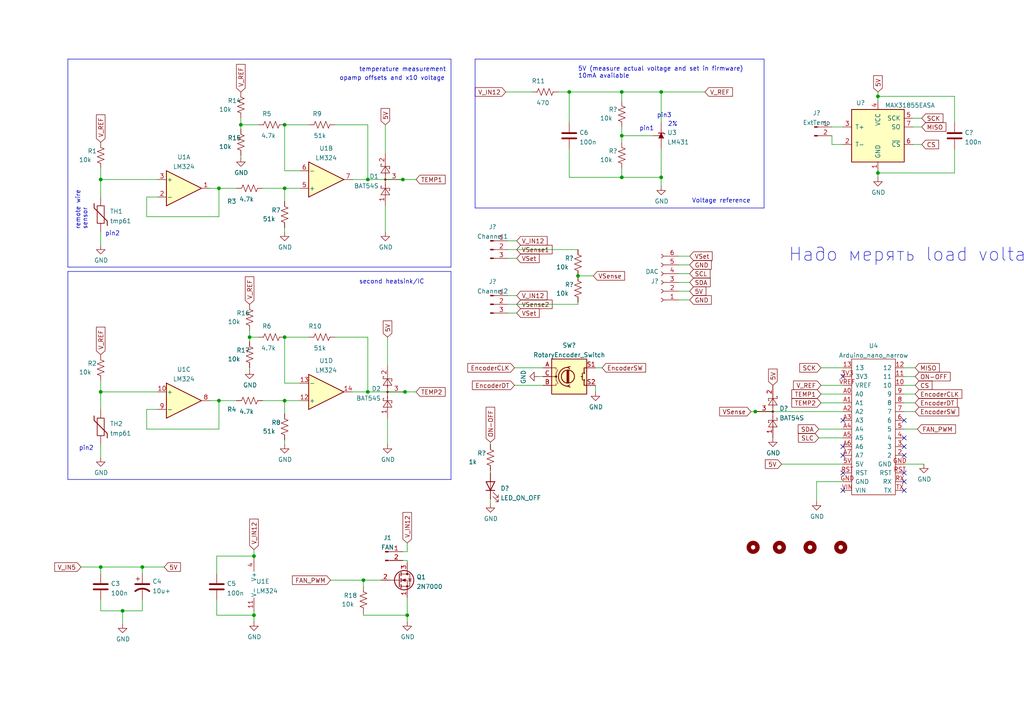
<source format=kicad_sch>
(kicad_sch (version 20230121) (generator eeschema)
  (paper "A4")
  (lib_symbols
    (symbol "!my-kicad-library:Arduino_nano_narrow" (pin_names (offset 1.016))
      (property "Reference" "U" (at -1.27 21.59 0))
      (property "Value" "Arduino_nano_narrow" (at 1.27 19.05 0))
      (symbol "Arduino_nano_narrow_0_1"
        (rectangle (start -6.35 17.78) (end 6.35 -21.59))
      )
      (symbol "Arduino_nano_narrow_1_1"
        (pin bidirectional line (at 8.89 10.16 180) (length 2.54) (name "10") (number "10"))
        (pin bidirectional line (at 8.89 12.7 180) (length 2.54) (name "11") (number "11"))
        (pin bidirectional line (at 8.89 15.24 180) (length 2.54) (name "12") (number "12"))
        (pin bidirectional line (at -8.89 15.24 0) (length 2.54) (name "13") (number "13"))
        (pin bidirectional line (at 8.89 -10.16 180) (length 2.54) (name "2") (number "2"))
        (pin bidirectional line (at 8.89 -7.62 180) (length 2.54) (name "3") (number "3"))
        (pin power_out line (at -8.89 12.7 0) (length 2.54) (name "3V3") (number "3V3"))
        (pin bidirectional line (at 8.89 -5.08 180) (length 2.54) (name "4") (number "4"))
        (pin bidirectional line (at 8.89 -2.54 180) (length 2.54) (name "5") (number "5"))
        (pin power_out line (at -8.89 -12.7 0) (length 2.54) (name "5V") (number "5V"))
        (pin bidirectional line (at 8.89 0 180) (length 2.54) (name "6") (number "6"))
        (pin bidirectional line (at 8.89 2.54 180) (length 2.54) (name "7") (number "7"))
        (pin bidirectional line (at 8.89 5.08 180) (length 2.54) (name "8") (number "8"))
        (pin bidirectional line (at 8.89 7.62 180) (length 2.54) (name "9") (number "9"))
        (pin input line (at -8.89 7.62 0) (length 2.54) (name "A0") (number "A0"))
        (pin input line (at -8.89 5.08 0) (length 2.54) (name "A1") (number "A1"))
        (pin input line (at -8.89 2.54 0) (length 2.54) (name "A2") (number "A2"))
        (pin input line (at -8.89 0 0) (length 2.54) (name "A3") (number "A3"))
        (pin input line (at -8.89 -2.54 0) (length 2.54) (name "A4") (number "A4"))
        (pin input line (at -8.89 -5.08 0) (length 2.54) (name "A5") (number "A5"))
        (pin input line (at -8.89 -7.62 0) (length 2.54) (name "A6") (number "A6"))
        (pin input line (at -8.89 -10.16 0) (length 2.54) (name "A7") (number "A7"))
        (pin power_in line (at -8.89 -17.78 0) (length 2.54) (name "GND") (number "GND"))
        (pin power_in line (at 8.89 -12.7 180) (length 2.54) (name "GND") (number "GND"))
        (pin bidirectional line (at -8.89 -15.24 0) (length 2.54) (name "RST") (number "RST"))
        (pin bidirectional line (at 8.89 -15.24 180) (length 2.54) (name "RST") (number "RST"))
        (pin bidirectional line (at 8.89 -17.78 180) (length 2.54) (name "RX") (number "RX"))
        (pin bidirectional line (at 8.89 -20.32 180) (length 2.54) (name "TX") (number "TX"))
        (pin input line (at -8.89 -20.32 0) (length 2.54) (name "VIN") (number "VIN"))
        (pin input line (at -8.89 10.16 0) (length 2.54) (name "VREF") (number "VREF"))
      )
    )
    (symbol "!my-kicad-library:LM431" (pin_numbers hide) (pin_names hide)
      (property "Reference" "U" (at 0 -2.54 0))
      (property "Value" "LM431" (at 0 -4.445 0))
      (symbol "LM431_0_1"
        (polyline (pts (xy -1.27 0) (xy 0 0) (xy 1.27 0)))
        (polyline (pts (xy -0.762 0.762) (xy 0.762 0) (xy -0.762 -0.762)) (fill (type outline)))
        (polyline (pts (xy 0.508 -1.016) (xy 0.762 -0.762) (xy 0.762 0.762) (xy 0.762 0.762)) (stroke (width 0.254)))
      )
      (symbol "LM431_1_1"
        (polyline (pts (xy 0 1.27) (xy 0 0)))
        (pin passive line (at 0 2.54 270) (length 2.54) (name "REF") (number "1"))
        (pin passive line (at -3.81 0 0) (length 2.54) (name "A") (number "2"))
        (pin passive line (at 3.81 0 180) (length 2.54) (name "K") (number "3"))
      )
    )
    (symbol "Amplifier_Operational:LM324" (pin_names (offset 0.127))
      (property "Reference" "U" (at 0 5.08 0))
      (property "Value" "LM324" (at 0 -5.08 0))
      (symbol "LM324_1_1"
        (polyline (pts (xy -5.08 5.08) (xy 5.08 0) (xy -5.08 -5.08) (xy -5.08 5.08)) (stroke (width 0.254)) (fill (type background)))
        (pin output line (at 7.62 0 180) (length 2.54) (name "~") (number "1"))
        (pin input line (at -7.62 -2.54 0) (length 2.54) (name "-") (number "2"))
        (pin input line (at -7.62 2.54 0) (length 2.54) (name "+") (number "3"))
      )
      (symbol "LM324_2_1"
        (polyline (pts (xy -5.08 5.08) (xy 5.08 0) (xy -5.08 -5.08) (xy -5.08 5.08)) (stroke (width 0.254)) (fill (type background)))
        (pin input line (at -7.62 2.54 0) (length 2.54) (name "+") (number "5"))
        (pin input line (at -7.62 -2.54 0) (length 2.54) (name "-") (number "6"))
        (pin output line (at 7.62 0 180) (length 2.54) (name "~") (number "7"))
      )
      (symbol "LM324_3_1"
        (polyline (pts (xy -5.08 5.08) (xy 5.08 0) (xy -5.08 -5.08) (xy -5.08 5.08)) (stroke (width 0.254)) (fill (type background)))
        (pin input line (at -7.62 2.54 0) (length 2.54) (name "+") (number "10"))
        (pin output line (at 7.62 0 180) (length 2.54) (name "~") (number "8"))
        (pin input line (at -7.62 -2.54 0) (length 2.54) (name "-") (number "9"))
      )
      (symbol "LM324_4_1"
        (polyline (pts (xy -5.08 5.08) (xy 5.08 0) (xy -5.08 -5.08) (xy -5.08 5.08)) (stroke (width 0.254)) (fill (type background)))
        (pin input line (at -7.62 2.54 0) (length 2.54) (name "+") (number "12"))
        (pin input line (at -7.62 -2.54 0) (length 2.54) (name "-") (number "13"))
        (pin output line (at 7.62 0 180) (length 2.54) (name "~") (number "14"))
      )
      (symbol "LM324_5_1"
        (pin power_in line (at -2.54 -7.62 90) (length 3.81) (name "V-") (number "11"))
        (pin power_in line (at -2.54 7.62 270) (length 3.81) (name "V+") (number "4"))
      )
    )
    (symbol "Connector:Conn_01x02_Male" (pin_names (offset 1.016) hide)
      (property "Reference" "J" (at 0 2.54 0))
      (property "Value" "Conn_01x02_Male" (at 0 -5.08 0))
      (symbol "Conn_01x02_Male_1_1"
        (polyline (pts (xy 1.27 -2.54) (xy 0.8636 -2.54)) (stroke (width 0.1524)))
        (polyline (pts (xy 1.27 0) (xy 0.8636 0)) (stroke (width 0.1524)))
        (rectangle (start 0.8636 -2.413) (end 0 -2.667) (stroke (width 0.1524)) (fill (type outline)))
        (rectangle (start 0.8636 0.127) (end 0 -0.127) (stroke (width 0.1524)) (fill (type outline)))
        (pin passive line (at 5.08 0 180) (length 3.81) (name "Pin_1") (number "1"))
        (pin passive line (at 5.08 -2.54 180) (length 3.81) (name "Pin_2") (number "2"))
      )
    )
    (symbol "Connector:Conn_01x03_Male" (pin_names (offset 1.016) hide)
      (property "Reference" "J" (at 0 5.08 0))
      (property "Value" "Conn_01x03_Male" (at 0 -5.08 0))
      (symbol "Conn_01x03_Male_1_1"
        (polyline (pts (xy 1.27 -2.54) (xy 0.8636 -2.54)) (stroke (width 0.1524)))
        (polyline (pts (xy 1.27 0) (xy 0.8636 0)) (stroke (width 0.1524)))
        (polyline (pts (xy 1.27 2.54) (xy 0.8636 2.54)) (stroke (width 0.1524)))
        (rectangle (start 0.8636 -2.413) (end 0 -2.667) (stroke (width 0.1524)) (fill (type outline)))
        (rectangle (start 0.8636 0.127) (end 0 -0.127) (stroke (width 0.1524)) (fill (type outline)))
        (rectangle (start 0.8636 2.667) (end 0 2.413) (stroke (width 0.1524)) (fill (type outline)))
        (pin passive line (at 5.08 2.54 180) (length 3.81) (name "Pin_1") (number "1"))
        (pin passive line (at 5.08 0 180) (length 3.81) (name "Pin_2") (number "2"))
        (pin passive line (at 5.08 -2.54 180) (length 3.81) (name "Pin_3") (number "3"))
      )
    )
    (symbol "Connector:Conn_01x06_Female" (pin_names (offset 1.016) hide)
      (property "Reference" "J" (at 0 7.62 0))
      (property "Value" "Conn_01x06_Female" (at 0 -10.16 0))
      (symbol "Conn_01x06_Female_1_1"
        (arc (start 0 -7.112) (mid -0.5058 -7.62) (end 0 -8.128) (stroke (width 0.1524)))
        (arc (start 0 -4.572) (mid -0.5058 -5.08) (end 0 -5.588) (stroke (width 0.1524)))
        (arc (start 0 -2.032) (mid -0.5058 -2.54) (end 0 -3.048) (stroke (width 0.1524)))
        (polyline (pts (xy -1.27 -7.62) (xy -0.508 -7.62)) (stroke (width 0.1524)))
        (polyline (pts (xy -1.27 -5.08) (xy -0.508 -5.08)) (stroke (width 0.1524)))
        (polyline (pts (xy -1.27 -2.54) (xy -0.508 -2.54)) (stroke (width 0.1524)))
        (polyline (pts (xy -1.27 0) (xy -0.508 0)) (stroke (width 0.1524)))
        (polyline (pts (xy -1.27 2.54) (xy -0.508 2.54)) (stroke (width 0.1524)))
        (polyline (pts (xy -1.27 5.08) (xy -0.508 5.08)) (stroke (width 0.1524)))
        (arc (start 0 0.508) (mid -0.5058 0) (end 0 -0.508) (stroke (width 0.1524)))
        (arc (start 0 3.048) (mid -0.5058 2.54) (end 0 2.032) (stroke (width 0.1524)))
        (arc (start 0 5.588) (mid -0.5058 5.08) (end 0 4.572) (stroke (width 0.1524)))
        (pin passive line (at -5.08 5.08 0) (length 3.81) (name "Pin_1") (number "1"))
        (pin passive line (at -5.08 2.54 0) (length 3.81) (name "Pin_2") (number "2"))
        (pin passive line (at -5.08 0 0) (length 3.81) (name "Pin_3") (number "3"))
        (pin passive line (at -5.08 -2.54 0) (length 3.81) (name "Pin_4") (number "4"))
        (pin passive line (at -5.08 -5.08 0) (length 3.81) (name "Pin_5") (number "5"))
        (pin passive line (at -5.08 -7.62 0) (length 3.81) (name "Pin_6") (number "6"))
      )
    )
    (symbol "Device:C" (pin_numbers hide) (pin_names (offset 0.254))
      (property "Reference" "C" (at 0.635 2.54 0))
      (property "Value" "C" (at 0.635 -2.54 0))
      (symbol "C_0_1"
        (polyline (pts (xy -2.032 -0.762) (xy 2.032 -0.762)) (stroke (width 0.508)))
        (polyline (pts (xy -2.032 0.762) (xy 2.032 0.762)) (stroke (width 0.508)))
      )
      (symbol "C_1_1"
        (pin passive line (at 0 3.81 270) (length 2.794) (name "~") (number "1"))
        (pin passive line (at 0 -3.81 90) (length 2.794) (name "~") (number "2"))
      )
    )
    (symbol "Device:C_Polarized_US" (pin_numbers hide) (pin_names (offset 0.254) hide)
      (property "Reference" "C" (at 0.635 2.54 0))
      (property "Value" "C_Polarized_US" (at 0.635 -2.54 0))
      (symbol "C_Polarized_US_0_1"
        (polyline (pts (xy -2.032 0.762) (xy 2.032 0.762)) (stroke (width 0.508)))
        (polyline (pts (xy -1.778 2.286) (xy -0.762 2.286)))
        (polyline (pts (xy -1.27 1.778) (xy -1.27 2.794)))
        (arc (start 2.032 -1.27) (mid 0 -0.5572) (end -2.032 -1.27) (stroke (width 0.508)))
      )
      (symbol "C_Polarized_US_1_1"
        (pin passive line (at 0 3.81 270) (length 2.794) (name "~") (number "1"))
        (pin passive line (at 0 -3.81 90) (length 3.302) (name "~") (number "2"))
      )
    )
    (symbol "Device:LED" (pin_numbers hide) (pin_names (offset 1.016) hide)
      (property "Reference" "D" (at 0 2.54 0))
      (property "Value" "LED" (at 0 -2.54 0))
      (symbol "LED_0_1"
        (polyline (pts (xy -1.27 -1.27) (xy -1.27 1.27)) (stroke (width 0.254)))
        (polyline (pts (xy -1.27 0) (xy 1.27 0)))
        (polyline (pts (xy 1.27 -1.27) (xy 1.27 1.27) (xy -1.27 0) (xy 1.27 -1.27)) (stroke (width 0.254)))
        (polyline (pts (xy -3.048 -0.762) (xy -4.572 -2.286) (xy -3.81 -2.286) (xy -4.572 -2.286) (xy -4.572 -1.524)))
        (polyline (pts (xy -1.778 -0.762) (xy -3.302 -2.286) (xy -2.54 -2.286) (xy -3.302 -2.286) (xy -3.302 -1.524)))
      )
      (symbol "LED_1_1"
        (pin passive line (at -3.81 0 0) (length 2.54) (name "K") (number "1"))
        (pin passive line (at 3.81 0 180) (length 2.54) (name "A") (number "2"))
      )
    )
    (symbol "Device:R_US" (pin_numbers hide) (pin_names (offset 0))
      (property "Reference" "R" (at 2.54 0 90))
      (property "Value" "R_US" (at -2.54 0 90))
      (symbol "R_US_0_1"
        (polyline (pts (xy 0 -2.286) (xy 0 -2.54)))
        (polyline (pts (xy 0 2.286) (xy 0 2.54)))
        (polyline (pts (xy 0 -0.762) (xy 1.016 -1.143) (xy 0 -1.524) (xy -1.016 -1.905) (xy 0 -2.286)))
        (polyline (pts (xy 0 0.762) (xy 1.016 0.381) (xy 0 0) (xy -1.016 -0.381) (xy 0 -0.762)))
        (polyline (pts (xy 0 2.286) (xy 1.016 1.905) (xy 0 1.524) (xy -1.016 1.143) (xy 0 0.762)))
      )
      (symbol "R_US_1_1"
        (pin passive line (at 0 3.81 270) (length 1.27) (name "~") (number "1"))
        (pin passive line (at 0 -3.81 90) (length 1.27) (name "~") (number "2"))
      )
    )
    (symbol "Device:RotaryEncoder_Switch" (pin_names (offset 0.254) hide)
      (property "Reference" "SW" (at 0 6.604 0))
      (property "Value" "RotaryEncoder_Switch" (at 0 -6.604 0))
      (symbol "RotaryEncoder_Switch_0_1"
        (rectangle (start -5.08 5.08) (end 5.08 -5.08) (stroke (width 0.254)) (fill (type background)))
        (circle (center -3.81 0) (radius 0.254) (fill (type outline)))
        (circle (center -0.381 0) (radius 1.905) (stroke (width 0.254)))
        (arc (start -0.381 2.667) (mid -3.0988 -0.0635) (end -0.381 -2.794) (stroke (width 0.254)))
        (polyline (pts (xy -0.635 -1.778) (xy -0.635 1.778)) (stroke (width 0.254)))
        (polyline (pts (xy -0.381 -1.778) (xy -0.381 1.778)) (stroke (width 0.254)))
        (polyline (pts (xy -0.127 1.778) (xy -0.127 -1.778)) (stroke (width 0.254)))
        (polyline (pts (xy 3.81 0) (xy 3.429 0)) (stroke (width 0.254)))
        (polyline (pts (xy 3.81 1.016) (xy 3.81 -1.016)) (stroke (width 0.254)))
        (polyline (pts (xy -5.08 -2.54) (xy -3.81 -2.54) (xy -3.81 -2.032)))
        (polyline (pts (xy -5.08 2.54) (xy -3.81 2.54) (xy -3.81 2.032)))
        (polyline (pts (xy 0.254 -3.048) (xy -0.508 -2.794) (xy 0.127 -2.413)) (stroke (width 0.254)))
        (polyline (pts (xy 0.254 2.921) (xy -0.508 2.667) (xy 0.127 2.286)) (stroke (width 0.254)))
        (polyline (pts (xy 5.08 -2.54) (xy 4.318 -2.54) (xy 4.318 -1.016)) (stroke (width 0.254)))
        (polyline (pts (xy 5.08 2.54) (xy 4.318 2.54) (xy 4.318 1.016)) (stroke (width 0.254)))
        (polyline (pts (xy -5.08 0) (xy -3.81 0) (xy -3.81 -1.016) (xy -3.302 -2.032)))
        (polyline (pts (xy -4.318 0) (xy -3.81 0) (xy -3.81 1.016) (xy -3.302 2.032)))
        (circle (center 4.318 -1.016) (radius 0.127) (stroke (width 0.254)))
        (circle (center 4.318 1.016) (radius 0.127) (stroke (width 0.254)))
      )
      (symbol "RotaryEncoder_Switch_1_1"
        (pin passive line (at -7.62 2.54 0) (length 2.54) (name "A") (number "A"))
        (pin passive line (at -7.62 -2.54 0) (length 2.54) (name "B") (number "B"))
        (pin passive line (at -7.62 0 0) (length 2.54) (name "C") (number "C"))
        (pin passive line (at 7.62 2.54 180) (length 2.54) (name "S1") (number "S1"))
        (pin passive line (at 7.62 -2.54 180) (length 2.54) (name "S2") (number "S2"))
      )
    )
    (symbol "Device:Thermistor" (pin_numbers hide) (pin_names (offset 0))
      (property "Reference" "TH" (at 2.54 1.27 90))
      (property "Value" "Thermistor" (at -2.54 0 90))
      (symbol "Thermistor_0_1"
        (rectangle (start -1.016 2.54) (end 1.016 -2.54) (stroke (width 0.2032)))
        (polyline (pts (xy -1.905 3.175) (xy -1.905 1.905) (xy 1.905 -1.905) (xy 1.905 -3.175) (xy 1.905 -3.175)) (stroke (width 0.254)))
      )
      (symbol "Thermistor_1_1"
        (pin passive line (at 0 5.08 270) (length 2.54) (name "~") (number "1"))
        (pin passive line (at 0 -5.08 90) (length 2.54) (name "~") (number "2"))
      )
    )
    (symbol "Diode:BAT54S" (pin_names (offset 1.016))
      (property "Reference" "D" (at 0.635 -3.81 0))
      (property "Value" "BAT54S" (at -6.35 3.175 0))
      (symbol "BAT54S_0_1"
        (polyline (pts (xy -3.81 0) (xy -1.27 0)))
        (polyline (pts (xy -3.175 -1.27) (xy -3.175 -1.016)))
        (polyline (pts (xy -2.54 -1.27) (xy -3.175 -1.27)))
        (polyline (pts (xy -2.54 -1.27) (xy -2.54 1.27)))
        (polyline (pts (xy -2.54 1.27) (xy -1.905 1.27)))
        (polyline (pts (xy -1.905 0) (xy 1.905 0)))
        (polyline (pts (xy -1.905 1.27) (xy -1.905 1.016)))
        (polyline (pts (xy 1.27 0) (xy 3.81 0)))
        (polyline (pts (xy 3.175 -1.27) (xy 3.175 -1.016)))
        (polyline (pts (xy 3.81 -1.27) (xy 3.175 -1.27)))
        (polyline (pts (xy 3.81 -1.27) (xy 3.81 1.27)))
        (polyline (pts (xy 3.81 1.27) (xy 4.445 1.27)))
        (polyline (pts (xy 4.445 1.27) (xy 4.445 1.016)))
        (polyline (pts (xy -4.445 1.27) (xy -4.445 -1.27) (xy -2.54 0) (xy -4.445 1.27)))
        (polyline (pts (xy 1.905 1.27) (xy 1.905 -1.27) (xy 3.81 0) (xy 1.905 1.27)))
        (circle (center 0 0) (radius 0.254) (fill (type outline)))
      )
      (symbol "BAT54S_1_1"
        (pin passive line (at -7.62 0 0) (length 3.81) (name "~") (number "1"))
        (pin passive line (at 7.62 0 180) (length 3.81) (name "~") (number "2"))
        (pin passive line (at 0 -5.08 90) (length 5.08) (name "~") (number "3"))
      )
    )
    (symbol "Mechanical:MountingHole" (pin_names (offset 1.016))
      (property "Reference" "H" (at 0 5.08 0))
      (property "Value" "MountingHole" (at 0 3.175 0))
      (symbol "MountingHole_0_1"
        (circle (center 0 0) (radius 1.27) (stroke (width 1.27)))
      )
    )
    (symbol "Sensor_Temperature:MAX31855EASA" (pin_names (offset 1.016))
      (property "Reference" "U" (at -7.62 8.89 0))
      (property "Value" "MAX31855EASA" (at 1.27 8.89 0))
      (symbol "MAX31855EASA_0_1"
        (rectangle (start -7.62 7.62) (end 7.62 -7.62) (stroke (width 0.254)) (fill (type background)))
      )
      (symbol "MAX31855EASA_1_1"
        (pin power_in line (at 0 -10.16 90) (length 2.54) (name "GND") (number "1"))
        (pin passive line (at -10.16 -2.54 0) (length 2.54) (name "T-") (number "2"))
        (pin passive line (at -10.16 2.54 0) (length 2.54) (name "T+") (number "3"))
        (pin power_in line (at 0 10.16 270) (length 2.54) (name "VCC") (number "4"))
        (pin input line (at 10.16 5.08 180) (length 2.54) (name "SCK") (number "5"))
        (pin input line (at 10.16 -2.54 180) (length 2.54) (name "~{CS}") (number "6"))
        (pin tri_state line (at 10.16 2.54 180) (length 2.54) (name "SO") (number "7"))
      )
    )
    (symbol "Transistor_FET:2N7000" (pin_names hide)
      (property "Reference" "Q" (at 5.08 1.905 0))
      (property "Value" "2N7000" (at 5.08 0 0))
      (symbol "2N7000_0_1"
        (polyline (pts (xy 0.254 0) (xy -2.54 0)))
        (polyline (pts (xy 0.254 1.905) (xy 0.254 -1.905)) (stroke (width 0.254)))
        (polyline (pts (xy 0.762 -1.27) (xy 0.762 -2.286)) (stroke (width 0.254)))
        (polyline (pts (xy 0.762 0.508) (xy 0.762 -0.508)) (stroke (width 0.254)))
        (polyline (pts (xy 0.762 2.286) (xy 0.762 1.27)) (stroke (width 0.254)))
        (polyline (pts (xy 2.54 2.54) (xy 2.54 1.778)))
        (polyline (pts (xy 2.54 -2.54) (xy 2.54 0) (xy 0.762 0)))
        (polyline (pts (xy 0.762 -1.778) (xy 3.302 -1.778) (xy 3.302 1.778) (xy 0.762 1.778)))
        (polyline (pts (xy 1.016 0) (xy 2.032 0.381) (xy 2.032 -0.381) (xy 1.016 0)) (fill (type outline)))
        (polyline (pts (xy 2.794 0.508) (xy 2.921 0.381) (xy 3.683 0.381) (xy 3.81 0.254)))
        (polyline (pts (xy 3.302 0.381) (xy 2.921 -0.254) (xy 3.683 -0.254) (xy 3.302 0.381)))
        (circle (center 1.651 0) (radius 2.794) (stroke (width 0.254)))
        (circle (center 2.54 -1.778) (radius 0.254) (fill (type outline)))
        (circle (center 2.54 1.778) (radius 0.254) (fill (type outline)))
      )
      (symbol "2N7000_1_1"
        (pin passive line (at 2.54 -5.08 90) (length 2.54) (name "S") (number "1"))
        (pin input line (at -5.08 0 0) (length 2.54) (name "G") (number "2"))
        (pin passive line (at 2.54 5.08 270) (length 2.54) (name "D") (number "3"))
      )
    )
    (symbol "power:GND" (power) (pin_names (offset 0))
      (property "Value" "GND" (at 0 -3.81 0))
      (symbol "GND_0_1"
        (polyline (pts (xy 0 0) (xy 0 -1.27) (xy 1.27 -1.27) (xy 0 -2.54) (xy -1.27 -1.27) (xy 0 -1.27)))
      )
      (symbol "GND_1_1"
        (pin power_in line (at 0 0 270) (length 0) hide (name "GND") (number "1"))
      )
    )
  )
  (junction (at 106.68 113.665))
  (junction (at 191.77 26.67))
  (junction (at 35.56 177.165))
  (junction (at 73.66 178.435))
  (junction (at 106.68 52.07))
  (junction (at 167.64 80.01))
  (junction (at 69.85 36.195))
  (junction (at 105.41 168.275))
  (junction (at 82.55 116.205))
  (junction (at 118.11 178.435))
  (junction (at 180.34 39.37))
  (junction (at 63.5 54.61))
  (junction (at 191.77 51.435))
  (junction (at 29.21 164.465))
  (junction (at 254.635 50.165))
  (junction (at 117.475 113.665))
  (junction (at 72.39 97.79))
  (junction (at 180.34 26.67))
  (junction (at 41.275 164.465))
  (junction (at 165.1 26.67))
  (junction (at 180.34 51.435))
  (junction (at 63.5 116.205))
  (junction (at 73.66 161.29))
  (junction (at 82.55 97.79))
  (junction (at 29.21 52.07))
  (junction (at 29.21 113.665))
  (junction (at 82.55 36.195))
  (junction (at 82.55 54.61))
  (junction (at 219.075 119.38))
  (junction (at 116.84 52.07))
  (junction (at 254.635 27.94))
  (no_connect (at 244.475 132.08))
  (no_connect (at 244.475 137.16))
  (no_connect (at 244.475 142.24))
  (no_connect (at 244.475 109.22))
  (no_connect (at 244.475 129.54))
  (no_connect (at 262.255 137.16))
  (no_connect (at 262.255 132.08))
  (no_connect (at 262.255 142.24))
  (no_connect (at 262.255 139.7))
  (no_connect (at 244.475 121.92))
  (no_connect (at 262.255 129.54))
  (no_connect (at 262.255 121.92))
  (no_connect (at 262.255 127))
  (wire (pts (xy 191.77 43.18) (xy 191.77 51.435)))
  (wire (pts (xy 262.255 109.22) (xy 265.43 109.22)))
  (wire (pts (xy 73.66 159.385) (xy 73.66 161.29)))
  (wire (pts (xy 29.21 110.49) (xy 29.21 113.665)))
  (wire (pts (xy 29.21 164.465) (xy 41.275 164.465)))
  (wire (pts (xy 112.395 121.285) (xy 112.395 128.905)))
  (polyline (pts (xy 130.81 17.145) (xy 19.685 17.145)))
  (wire (pts (xy 29.21 48.895) (xy 29.21 52.07)))
  (wire (pts (xy 29.21 67.31) (xy 29.21 71.12)))
  (wire (pts (xy 42.545 57.15) (xy 45.72 57.15)))
  (wire (pts (xy 264.795 41.91) (xy 267.335 41.91)))
  (wire (pts (xy 167.64 80.01) (xy 172.085 80.01)))
  (wire (pts (xy 191.77 51.435) (xy 191.77 53.975)))
  (wire (pts (xy 63.5 116.205) (xy 68.58 116.205)))
  (polyline (pts (xy 221.615 60.325) (xy 137.795 60.325)))
  (wire (pts (xy 180.34 26.67) (xy 180.34 29.21)))
  (wire (pts (xy 82.55 97.79) (xy 89.535 97.79)))
  (wire (pts (xy 69.85 36.195) (xy 74.93 36.195)))
  (wire (pts (xy 73.66 177.165) (xy 73.66 178.435)))
  (polyline (pts (xy 137.795 17.145) (xy 137.795 60.325)))
  (wire (pts (xy 105.41 170.18) (xy 105.41 168.275)))
  (wire (pts (xy 29.21 113.665) (xy 29.21 118.745)))
  (wire (pts (xy 82.55 36.195) (xy 89.535 36.195)))
  (wire (pts (xy 62.865 173.99) (xy 62.865 178.435)))
  (wire (pts (xy 196.85 76.835) (xy 200.025 76.835)))
  (wire (pts (xy 147.32 85.725) (xy 149.86 85.725)))
  (wire (pts (xy 63.5 124.46) (xy 42.545 124.46)))
  (wire (pts (xy 196.85 86.995) (xy 200.025 86.995)))
  (wire (pts (xy 172.72 106.68) (xy 174.625 106.68)))
  (wire (pts (xy 254.635 27.94) (xy 254.635 29.21)))
  (wire (pts (xy 238.125 116.84) (xy 244.475 116.84)))
  (wire (pts (xy 276.86 27.94) (xy 276.86 35.56)))
  (wire (pts (xy 146.685 26.67) (xy 154.305 26.67)))
  (wire (pts (xy 180.34 39.37) (xy 180.34 41.275)))
  (wire (pts (xy 118.11 162.56) (xy 116.84 162.56)))
  (wire (pts (xy 73.66 161.29) (xy 62.865 161.29)))
  (wire (pts (xy 82.55 116.205) (xy 86.995 116.205)))
  (wire (pts (xy 86.995 49.53) (xy 82.55 49.53)))
  (polyline (pts (xy 130.81 77.47) (xy 130.81 17.145)))
  (wire (pts (xy 82.55 54.61) (xy 82.55 58.42)))
  (polyline (pts (xy 19.685 17.145) (xy 19.685 77.47)))
  (wire (pts (xy 262.255 116.84) (xy 265.43 116.84)))
  (wire (pts (xy 142.24 137.16) (xy 142.24 136.525)))
  (wire (pts (xy 262.255 114.3) (xy 265.43 114.3)))
  (wire (pts (xy 63.5 62.865) (xy 42.545 62.865)))
  (wire (pts (xy 82.55 127.635) (xy 82.55 128.905)))
  (wire (pts (xy 35.56 177.165) (xy 41.275 177.165)))
  (wire (pts (xy 97.155 36.195) (xy 106.68 36.195)))
  (wire (pts (xy 76.2 116.205) (xy 82.55 116.205)))
  (wire (pts (xy 29.21 52.07) (xy 45.72 52.07)))
  (wire (pts (xy 102.235 113.665) (xy 106.68 113.665)))
  (wire (pts (xy 180.34 51.435) (xy 191.77 51.435)))
  (wire (pts (xy 117.475 113.665) (xy 120.65 113.665)))
  (wire (pts (xy 226.695 134.62) (xy 244.475 134.62)))
  (wire (pts (xy 142.24 144.78) (xy 142.24 146.05)))
  (wire (pts (xy 180.34 48.895) (xy 180.34 51.435)))
  (wire (pts (xy 238.125 111.76) (xy 244.475 111.76)))
  (wire (pts (xy 69.85 45.085) (xy 69.85 45.72)))
  (wire (pts (xy 62.865 178.435) (xy 73.66 178.435)))
  (wire (pts (xy 72.39 97.79) (xy 72.39 99.06)))
  (wire (pts (xy 41.275 164.465) (xy 41.275 166.37)))
  (wire (pts (xy 165.1 26.67) (xy 180.34 26.67)))
  (wire (pts (xy 236.855 139.7) (xy 244.475 139.7)))
  (wire (pts (xy 238.125 114.3) (xy 244.475 114.3)))
  (wire (pts (xy 29.21 52.07) (xy 29.21 57.15)))
  (wire (pts (xy 118.11 178.435) (xy 105.41 178.435)))
  (wire (pts (xy 82.55 111.125) (xy 82.55 97.79)))
  (polyline (pts (xy 19.685 139.065) (xy 130.81 139.065)))
  (wire (pts (xy 69.85 36.195) (xy 69.85 37.465)))
  (wire (pts (xy 118.11 178.435) (xy 118.11 180.34)))
  (polyline (pts (xy 19.685 77.47) (xy 130.81 77.47)))
  (wire (pts (xy 167.64 87.63) (xy 167.64 88.265)))
  (wire (pts (xy 180.34 26.67) (xy 191.77 26.67)))
  (wire (pts (xy 196.85 79.375) (xy 200.025 79.375)))
  (wire (pts (xy 180.34 36.83) (xy 180.34 39.37)))
  (wire (pts (xy 106.68 113.665) (xy 117.475 113.665)))
  (wire (pts (xy 73.66 161.29) (xy 73.66 161.925)))
  (wire (pts (xy 41.275 173.99) (xy 41.275 177.165)))
  (wire (pts (xy 63.5 116.205) (xy 63.5 124.46)))
  (wire (pts (xy 60.96 116.205) (xy 63.5 116.205)))
  (wire (pts (xy 63.5 54.61) (xy 63.5 62.865)))
  (wire (pts (xy 276.86 50.165) (xy 254.635 50.165)))
  (wire (pts (xy 254.635 50.165) (xy 254.635 51.435)))
  (wire (pts (xy 196.85 81.915) (xy 200.025 81.915)))
  (wire (pts (xy 116.84 160.02) (xy 118.11 160.02)))
  (wire (pts (xy 105.41 168.275) (xy 110.49 168.275)))
  (wire (pts (xy 142.24 128.27) (xy 142.24 128.905)))
  (wire (pts (xy 82.55 66.04) (xy 82.55 67.31)))
  (wire (pts (xy 29.21 173.99) (xy 29.21 177.165)))
  (wire (pts (xy 241.3 39.37) (xy 241.3 41.91)))
  (polyline (pts (xy 130.81 78.74) (xy 19.685 78.74)))
  (wire (pts (xy 237.49 124.46) (xy 244.475 124.46)))
  (wire (pts (xy 241.3 36.83) (xy 244.475 36.83)))
  (wire (pts (xy 86.995 111.125) (xy 82.55 111.125)))
  (wire (pts (xy 262.255 111.76) (xy 265.43 111.76)))
  (polyline (pts (xy 137.795 17.145) (xy 221.615 17.145)))
  (wire (pts (xy 147.32 90.805) (xy 149.86 90.805)))
  (wire (pts (xy 118.11 163.195) (xy 118.11 162.56)))
  (wire (pts (xy 118.11 173.355) (xy 118.11 178.435)))
  (wire (pts (xy 106.68 52.07) (xy 116.84 52.07)))
  (wire (pts (xy 264.795 34.29) (xy 267.335 34.29)))
  (wire (pts (xy 118.11 157.48) (xy 118.11 160.02)))
  (wire (pts (xy 254.635 49.53) (xy 254.635 50.165)))
  (wire (pts (xy 276.86 43.18) (xy 276.86 50.165)))
  (wire (pts (xy 105.41 178.435) (xy 105.41 177.8)))
  (wire (pts (xy 29.21 164.465) (xy 29.21 166.37)))
  (wire (pts (xy 241.3 41.91) (xy 244.475 41.91)))
  (wire (pts (xy 106.68 113.665) (xy 106.68 97.79)))
  (wire (pts (xy 106.68 52.07) (xy 106.68 36.195)))
  (wire (pts (xy 41.275 164.465) (xy 47.625 164.465)))
  (wire (pts (xy 35.56 177.165) (xy 35.56 180.975)))
  (wire (pts (xy 147.32 72.39) (xy 167.64 72.39)))
  (wire (pts (xy 72.39 97.79) (xy 74.93 97.79)))
  (wire (pts (xy 196.85 74.295) (xy 200.025 74.295)))
  (wire (pts (xy 262.255 106.68) (xy 265.43 106.68)))
  (wire (pts (xy 149.225 111.76) (xy 157.48 111.76)))
  (wire (pts (xy 254.635 26.67) (xy 254.635 27.94)))
  (wire (pts (xy 262.255 124.46) (xy 266.065 124.46)))
  (wire (pts (xy 111.76 36.195) (xy 111.76 44.45)))
  (wire (pts (xy 42.545 124.46) (xy 42.545 118.745)))
  (wire (pts (xy 42.545 62.865) (xy 42.545 57.15)))
  (wire (pts (xy 62.865 161.29) (xy 62.865 166.37)))
  (wire (pts (xy 196.85 84.455) (xy 200.025 84.455)))
  (wire (pts (xy 29.21 113.665) (xy 45.72 113.665)))
  (wire (pts (xy 60.96 54.61) (xy 63.5 54.61)))
  (wire (pts (xy 95.885 168.275) (xy 105.41 168.275)))
  (wire (pts (xy 102.235 52.07) (xy 106.68 52.07)))
  (wire (pts (xy 116.84 52.07) (xy 120.65 52.07)))
  (polyline (pts (xy 19.685 17.145) (xy 19.685 17.145)))
  (wire (pts (xy 82.55 116.205) (xy 82.55 120.015)))
  (wire (pts (xy 72.39 106.68) (xy 72.39 107.315)))
  (wire (pts (xy 217.805 119.38) (xy 219.075 119.38)))
  (polyline (pts (xy 130.81 139.065) (xy 130.81 78.74)))
  (wire (pts (xy 112.395 97.79) (xy 112.395 106.045)))
  (wire (pts (xy 111.76 59.69) (xy 111.76 67.31)))
  (wire (pts (xy 156.21 109.22) (xy 157.48 109.22)))
  (wire (pts (xy 165.1 26.67) (xy 165.1 35.56)))
  (wire (pts (xy 147.32 69.85) (xy 149.86 69.85)))
  (wire (pts (xy 82.55 49.53) (xy 82.55 36.195)))
  (polyline (pts (xy 221.615 17.145) (xy 221.615 60.325)))
  (wire (pts (xy 23.495 164.465) (xy 29.21 164.465)))
  (wire (pts (xy 29.21 128.905) (xy 29.21 132.715)))
  (wire (pts (xy 219.075 119.38) (xy 244.475 119.38)))
  (wire (pts (xy 236.855 139.7) (xy 236.855 145.415)))
  (wire (pts (xy 189.23 39.37) (xy 180.34 39.37)))
  (wire (pts (xy 97.155 97.79) (xy 106.68 97.79)))
  (wire (pts (xy 264.795 36.83) (xy 267.335 36.83)))
  (wire (pts (xy 76.2 54.61) (xy 82.55 54.61)))
  (wire (pts (xy 82.55 54.61) (xy 86.995 54.61)))
  (polyline (pts (xy 19.685 78.74) (xy 19.685 139.065)))
  (wire (pts (xy 276.86 27.94) (xy 254.635 27.94)))
  (wire (pts (xy 69.85 34.29) (xy 69.85 36.195)))
  (wire (pts (xy 165.1 43.18) (xy 165.1 51.435)))
  (wire (pts (xy 237.49 127) (xy 244.475 127)))
  (wire (pts (xy 72.39 95.885) (xy 72.39 97.79)))
  (wire (pts (xy 262.255 134.62) (xy 267.97 134.62)))
  (wire (pts (xy 147.32 88.265) (xy 167.64 88.265)))
  (wire (pts (xy 42.545 118.745) (xy 45.72 118.745)))
  (wire (pts (xy 172.72 111.76) (xy 172.72 113.665)))
  (wire (pts (xy 238.125 106.68) (xy 244.475 106.68)))
  (wire (pts (xy 262.255 119.38) (xy 265.43 119.38)))
  (wire (pts (xy 73.66 178.435) (xy 73.66 180.34)))
  (wire (pts (xy 191.77 26.67) (xy 191.77 35.56)))
  (wire (pts (xy 191.77 26.67) (xy 204.47 26.67)))
  (wire (pts (xy 29.21 177.165) (xy 35.56 177.165)))
  (wire (pts (xy 165.1 51.435) (xy 180.34 51.435)))
  (wire (pts (xy 147.32 74.93) (xy 149.86 74.93)))
  (wire (pts (xy 149.225 106.68) (xy 157.48 106.68)))
  (wire (pts (xy 63.5 54.61) (xy 68.58 54.61)))
  (wire (pts (xy 161.925 26.67) (xy 165.1 26.67)))
  (image (at 72.39 -16.51))
  (text "remote wire\nsensor\n" (at 25.4 66.675 90) (effects (font (size 1.27 1.27)) (justify left bottom)))
  (text "pin3\n" (at 190.5 34.29 0) (effects (font (size 1.27 1.27)) (justify left bottom)))
  (text "5V (measure actual voltage and set in firmware)\n10mA available" (at 167.64 22.86 0) (effects (font (size 1.27 1.27)) (justify left bottom)))
  (text "pin1\n" (at 185.42 38.1 0) (effects (font (size 1.27 1.27)) (justify left bottom)))
  (text "opamp offsets and x10 voltage" (at 98.425 23.495 0) (effects (font (size 1.27 1.27)) (justify left bottom)))
  (text "2%\n" (at 193.675 36.83 0) (effects (font (size 1.27 1.27)) (justify left bottom)))
  (text "Voltage reference\n" (at 200.66 59.055 0) (effects (font (size 1.27 1.27)) (justify left bottom)))
  (text "second heatsink/IC" (at 104.14 82.55 0) (effects (font (size 1.27 1.27)) (justify left bottom)))
  (text "Надо мерять load voltage with divider" (at 228.6 76.2 0) (effects (font (size 3.81 3.81)) (justify left bottom)))
  (text "pin2\n" (at 22.86 130.81 0) (effects (font (size 1.27 1.27)) (justify left bottom)))
  (text "temperature measurement" (at 104.14 20.955 0) (effects (font (size 1.27 1.27)) (justify left bottom)))
  (text "pin2\n" (at 30.48 68.58 0) (effects (font (size 1.27 1.27)) (justify left bottom)))
  (global_label "VSense1" (shape input) (at 149.86 72.39 0) (property "Intersheetrefs" "${INTERSHEET_REFS}" (effects hide)))
  (global_label "V_IN12" (shape input) (at 149.86 85.725 0) (property "Intersheetrefs" "${INTERSHEET_REFS}" (effects hide)))
  (global_label "V_REF" (shape input) (at 69.85 26.67 90) (property "Intersheetrefs" "${INTERSHEET_REFS}" (effects hide)))
  (global_label "V_IN12" (shape input) (at 118.11 157.48 90) (property "Intersheetrefs" "${INTERSHEET_REFS}" (effects hide)))
  (global_label "V_IN12" (shape input) (at 73.66 159.385 90) (property "Intersheetrefs" "${INTERSHEET_REFS}" (effects hide)))
  (global_label "SDA" (shape input) (at 200.025 81.915 0) (property "Intersheetrefs" "${INTERSHEET_REFS}" (effects hide)))
  (global_label "EncoderCLK" (shape input) (at 265.43 114.3 0) (property "Intersheetrefs" "${INTERSHEET_REFS}" (effects hide)))
  (global_label "5V" (shape input) (at 226.695 134.62 180) (property "Intersheetrefs" "${INTERSHEET_REFS}" (effects hide)))
  (global_label "EncoderDT" (shape input) (at 265.43 116.84 0) (property "Intersheetrefs" "${INTERSHEET_REFS}" (effects hide)))
  (global_label "V_REF" (shape input) (at 29.21 41.275 90) (property "Intersheetrefs" "${INTERSHEET_REFS}" (effects hide)))
  (global_label "V_IN12" (shape input) (at 146.685 26.67 180) (property "Intersheetrefs" "${INTERSHEET_REFS}" (effects hide)))
  (global_label "SCK" (shape input) (at 238.125 106.68 180) (property "Intersheetrefs" "${INTERSHEET_REFS}" (effects hide)))
  (global_label "CS" (shape input) (at 265.43 111.76 0) (property "Intersheetrefs" "${INTERSHEET_REFS}" (effects hide)))
  (global_label "VSet" (shape input) (at 149.86 90.805 0) (property "Intersheetrefs" "${INTERSHEET_REFS}" (effects hide)))
  (global_label "GND" (shape input) (at 200.025 76.835 0) (property "Intersheetrefs" "${INTERSHEET_REFS}" (effects hide)))
  (global_label "5V" (shape input) (at 111.76 36.195 90) (property "Intersheetrefs" "${INTERSHEET_REFS}" (effects hide)))
  (global_label "5V" (shape input) (at 47.625 164.465 0) (property "Intersheetrefs" "${INTERSHEET_REFS}" (effects hide)))
  (global_label "V_IN12" (shape input) (at 149.86 69.85 0) (property "Intersheetrefs" "${INTERSHEET_REFS}" (effects hide)))
  (global_label "TEMP1" (shape input) (at 238.125 114.3 180) (property "Intersheetrefs" "${INTERSHEET_REFS}" (effects hide)))
  (global_label "SLC" (shape input) (at 237.49 127 180) (property "Intersheetrefs" "${INTERSHEET_REFS}" (effects hide)))
  (global_label "EncoderCLK" (shape input) (at 149.225 106.68 180) (property "Intersheetrefs" "${INTERSHEET_REFS}" (effects hide)))
  (global_label "V_REF" (shape input) (at 72.39 88.265 90) (property "Intersheetrefs" "${INTERSHEET_REFS}" (effects hide)))
  (global_label "V_REF" (shape input) (at 238.125 111.76 180) (property "Intersheetrefs" "${INTERSHEET_REFS}" (effects hide)))
  (global_label "VSet" (shape input) (at 200.025 74.295 0) (property "Intersheetrefs" "${INTERSHEET_REFS}" (effects hide)))
  (global_label "TEMP2" (shape input) (at 238.125 116.84 180) (property "Intersheetrefs" "${INTERSHEET_REFS}" (effects hide)))
  (global_label "GND" (shape input) (at 200.025 86.995 0) (property "Intersheetrefs" "${INTERSHEET_REFS}" (effects hide)))
  (global_label "TEMP2" (shape input) (at 120.65 113.665 0) (property "Intersheetrefs" "${INTERSHEET_REFS}" (effects hide)))
  (global_label "5V" (shape input) (at 224.155 111.76 90) (property "Intersheetrefs" "${INTERSHEET_REFS}" (effects hide)))
  (global_label "SDA" (shape input) (at 237.49 124.46 180) (property "Intersheetrefs" "${INTERSHEET_REFS}" (effects hide)))
  (global_label "VSense" (shape input) (at 217.805 119.38 180) (property "Intersheetrefs" "${INTERSHEET_REFS}" (effects hide)))
  (global_label "VSense" (shape input) (at 172.085 80.01 0) (property "Intersheetrefs" "${INTERSHEET_REFS}" (effects hide)))
  (global_label "SCK" (shape input) (at 267.335 34.29 0) (property "Intersheetrefs" "${INTERSHEET_REFS}" (effects hide)))
  (global_label "EncoderSW" (shape input) (at 174.625 106.68 0) (property "Intersheetrefs" "${INTERSHEET_REFS}" (effects hide)))
  (global_label "V_IN5" (shape input) (at 23.495 164.465 180) (property "Intersheetrefs" "${INTERSHEET_REFS}" (effects hide)))
  (global_label "ON-OFF" (shape input) (at 265.43 109.22 0) (property "Intersheetrefs" "${INTERSHEET_REFS}" (effects hide)))
  (global_label "EncoderSW" (shape input) (at 265.43 119.38 0) (property "Intersheetrefs" "${INTERSHEET_REFS}" (effects hide)))
  (global_label "V_REF" (shape input) (at 29.21 102.87 90) (property "Intersheetrefs" "${INTERSHEET_REFS}" (effects hide)))
  (global_label "VSet" (shape input) (at 149.86 74.93 0) (property "Intersheetrefs" "${INTERSHEET_REFS}" (effects hide)))
  (global_label "FAN_PWM" (shape input) (at 266.065 124.46 0) (property "Intersheetrefs" "${INTERSHEET_REFS}" (effects hide)))
  (global_label "ON-OFF" (shape input) (at 142.24 128.27 90) (property "Intersheetrefs" "${INTERSHEET_REFS}" (effects hide)))
  (global_label "5V" (shape input) (at 112.395 97.79 90) (property "Intersheetrefs" "${INTERSHEET_REFS}" (effects hide)))
  (global_label "VSense2" (shape input) (at 149.86 88.265 0) (property "Intersheetrefs" "${INTERSHEET_REFS}" (effects hide)))
  (global_label "MISO" (shape input) (at 267.335 36.83 0) (property "Intersheetrefs" "${INTERSHEET_REFS}" (effects hide)))
  (global_label "V_REF" (shape input) (at 204.47 26.67 0) (property "Intersheetrefs" "${INTERSHEET_REFS}" (effects hide)))
  (global_label "FAN_PWM" (shape input) (at 95.885 168.275 180) (property "Intersheetrefs" "${INTERSHEET_REFS}" (effects hide)))
  (global_label "EncoderDT" (shape input) (at 149.225 111.76 180) (property "Intersheetrefs" "${INTERSHEET_REFS}" (effects hide)))
  (global_label "CS" (shape input) (at 267.335 41.91 0) (property "Intersheetrefs" "${INTERSHEET_REFS}" (effects hide)))
  (global_label "5V" (shape input) (at 254.635 26.67 90) (property "Intersheetrefs" "${INTERSHEET_REFS}" (effects hide)))
  (global_label "MISO" (shape input) (at 265.43 106.68 0) (property "Intersheetrefs" "${INTERSHEET_REFS}" (effects hide)))
  (global_label "5V" (shape input) (at 200.025 84.455 0) (property "Intersheetrefs" "${INTERSHEET_REFS}" (effects hide)))
  (global_label "SCL" (shape input) (at 200.025 79.375 0) (property "Intersheetrefs" "${INTERSHEET_REFS}" (effects hide)))
  (global_label "TEMP1" (shape input) (at 120.65 52.07 0) (property "Intersheetrefs" "${INTERSHEET_REFS}" (effects hide)))
  (symbol (lib_id "power:GND") (at 156.21 109.22 270) (unit 1)
    (property "Reference" "#PWR?" (effects hide))
    (property "Value" "GND" (at 151.8158 109.347 0))
  )
  (symbol (lib_id "Mechanical:MountingHole") (at 234.95 158.75 0) (unit 1)
    (property "Reference" "H3" (effects hide))
    (property "Value" "MountingHole" (effects hide))
    (property "Footprint" "MountingHole:MountingHole_3.2mm_M3" (effects hide))
  )
  (symbol (lib_id "power:GND") (at 69.85 45.72 0) (unit 1)
    (property "Reference" "#PWR08" (effects hide))
    (property "Value" "GND" (at 69.977 50.1142 0))
  )
  (symbol (lib_id "power:GND") (at 254.635 51.435 0) (unit 1)
    (property "Reference" "#PWR?" (effects hide))
    (property "Value" "GND" (at 254.762 55.8292 0))
  )
  (symbol (lib_id "power:GND") (at 224.155 127 0) (unit 1)
    (property "Reference" "#PWR?" (effects hide))
    (property "Value" "GND" (at 224.282 131.3942 0))
  )
  (symbol (lib_id "Amplifier_Operational:LM324") (at 53.34 116.205 0) (unit 3)
    (property "Reference" "U1" (at 53.34 107.1585 0))
    (property "Value" "LM324" (at 53.34 109.9336 0))
    (property "Datasheet" "http://www.ti.com/lit/ds/symlink/lm2902-n.pdf" (effects hide))
  )
  (symbol (lib_id "Amplifier_Operational:LM324") (at 53.34 54.61 0) (unit 1)
    (property "Reference" "U1" (at 53.34 45.5635 0))
    (property "Value" "LM324" (at 53.34 48.3386 0))
    (property "Datasheet" "http://www.ti.com/lit/ds/symlink/lm2902-n.pdf" (effects hide))
  )
  (symbol (lib_id "Connector:Conn_01x02_Male") (at 111.76 160.02 0) (unit 1)
    (property "Reference" "J1" (at 112.395 155.9773 0))
    (property "Value" "FAN" (at 112.395 158.7524 0))
  )
  (symbol (lib_id "power:GND") (at 118.11 180.34 0) (unit 1)
    (property "Reference" "#PWR013" (effects hide))
    (property "Value" "GND" (at 118.237 184.7342 0))
  )
  (symbol (lib_id "Amplifier_Operational:LM324") (at 76.2 169.545 0) (unit 5)
    (property "Reference" "U1" (at 74.295 168.6365 0) (effects (justify left)))
    (property "Value" "LM324" (at 74.295 171.4116 0) (effects (justify left)))
    (property "Datasheet" "http://www.ti.com/lit/ds/symlink/lm2902-n.pdf" (effects hide))
  )
  (symbol (lib_id "Device:R_US") (at 93.345 36.195 90) (unit 1)
    (property "Reference" "R9" (at 93.345 33.02 90) (effects (justify left)))
    (property "Value" "51k" (at 94.615 39.37 90) (effects (justify left)))
    (property "Footprint" "Resistor_SMD:R_1206_3216Metric_Pad1.30x1.75mm_HandSolder" (effects hide))
  )
  (symbol (lib_id "power:GND") (at 112.395 128.905 0) (unit 1)
    (property "Reference" "#PWR012" (effects hide))
    (property "Value" "GND" (at 112.522 133.2992 0))
  )
  (symbol (lib_id "Sensor_Temperature:MAX31855EASA") (at 254.635 39.37 0) (unit 1)
    (property "Reference" "U?" (at 248.285 29.845 0) (effects (justify left)))
    (property "Value" "MAX31855EASA" (at 256.6544 30.5586 0) (effects (justify left)))
    (property "Footprint" "Package_SO:SOIC-8_3.9x4.9mm_P1.27mm" (effects hide))
    (property "Datasheet" "http://datasheets.maximintegrated.com/en/ds/MAX31855.pdf" (effects hide))
  )
  (symbol (lib_id "Device:R_US") (at 105.41 173.99 0) (unit 1)
    (property "Reference" "R18" (at 99.695 172.72 0) (effects (justify left)))
    (property "Value" "10k" (at 99.06 175.26 0) (effects (justify left)))
    (property "Footprint" "Resistor_SMD:R_1206_3216Metric_Pad1.30x1.75mm_HandSolder" (effects hide))
  )
  (symbol (lib_id "Device:Thermistor") (at 29.21 62.23 0) (unit 1)
    (property "Reference" "TH1" (at 31.877 61.3215 0) (effects (justify left)))
    (property "Value" "tmp61" (at 31.877 64.0966 0) (effects (justify left)))
    (property "Footprint" "Connector_JST:JST_XH_B2B-XH-AM_1x02_P2.50mm_Vertical" (effects hide))
  )
  (symbol (lib_id "Device:R_US") (at 167.64 83.82 0) (unit 1)
    (property "Reference" "R?" (at 163.83 82.55 0) (effects (justify left)))
    (property "Value" "10k" (at 161.29 85.09 0) (effects (justify left)))
    (property "Footprint" "Resistor_SMD:R_1206_3216Metric_Pad1.30x1.75mm_HandSolder" (effects hide))
  )
  (symbol (lib_id "Device:R_US") (at 69.85 30.48 0) (unit 1)
    (property "Reference" "R14" (at 66.04 29.21 0) (effects (justify left)))
    (property "Value" "10k" (at 63.5 31.75 0) (effects (justify left)))
    (property "Footprint" "Resistor_SMD:R_1206_3216Metric_Pad1.30x1.75mm_HandSolder" (effects hide))
  )
  (symbol (lib_id "Device:R_US") (at 29.21 45.085 0) (unit 1)
    (property "Reference" "R1" (at 25.4 43.815 0) (effects (justify left)))
    (property "Value" "10k" (at 22.86 46.355 0) (effects (justify left)))
    (property "Footprint" "Resistor_SMD:R_1206_3216Metric_Pad1.30x1.75mm_HandSolder" (effects hide))
  )
  (symbol (lib_id "Transistor_FET:2N7000") (at 115.57 168.275 0) (unit 1)
    (property "Reference" "Q1" (at 120.777 167.3665 0) (effects (justify left)))
    (property "Value" "2N7000" (at 120.777 170.1416 0) (effects (justify left)))
    (property "Footprint" "Package_TO_SOT_THT:TO-92_Inline" (effects hide))
    (property "Datasheet" "https://www.onsemi.com/pub/Collateral/NDS7002A-D.PDF" (effects hide))
  )
  (symbol (lib_id "Device:R_US") (at 158.115 26.67 90) (unit 1)
    (property "Reference" "R11" (at 158.115 23.495 90) (effects (justify left)))
    (property "Value" "470" (at 159.385 29.845 90) (effects (justify left)))
    (property "Footprint" "Resistor_SMD:R_1206_3216Metric_Pad1.30x1.75mm_HandSolder" (effects hide))
  )
  (symbol (lib_id "Mechanical:MountingHole") (at 218.44 158.75 0) (unit 1)
    (property "Reference" "H1" (effects hide))
    (property "Value" "MountingHole" (effects hide))
    (property "Footprint" "MountingHole:MountingHole_3.2mm_M3" (effects hide))
  )
  (symbol (lib_id "power:GND") (at 82.55 128.905 0) (unit 1)
    (property "Reference" "#PWR06" (effects hide))
    (property "Value" "GND" (at 82.677 133.2992 0))
  )
  (symbol (lib_id "power:GND") (at 111.76 67.31 0) (unit 1)
    (property "Reference" "#PWR011" (effects hide))
    (property "Value" "GND" (at 111.887 71.7042 0))
  )
  (symbol (lib_id "Diode:BAT54S") (at 112.395 113.665 90) (unit 1)
    (property "Reference" "D2" (at 110.49 112.7565 90) (effects (justify left)))
    (property "Value" "BAT54S" (at 110.49 115.5316 90) (effects (justify left)))
    (property "Footprint" "Package_TO_SOT_SMD:SOT-23" (effects hide))
    (property "Datasheet" "https://www.diodes.com/assets/Datasheets/ds11005.pdf" (effects hide))
  )
  (symbol (lib_id "power:GND") (at 142.24 146.05 0) (unit 1)
    (property "Reference" "#PWR?" (effects hide))
    (property "Value" "GND" (at 142.367 150.4442 0))
  )
  (symbol (lib_id "Device:Thermistor") (at 29.21 123.825 0) (unit 1)
    (property "Reference" "TH2" (at 31.877 122.9165 0) (effects (justify left)))
    (property "Value" "tmp61" (at 31.877 125.6916 0) (effects (justify left)))
    (property "Footprint" "Connector_JST:JST_XH_B2B-XH-AM_1x02_P2.50mm_Vertical" (effects hide))
  )
  (symbol (lib_id "power:GND") (at 172.72 113.665 0) (unit 1)
    (property "Reference" "#PWR?" (effects hide))
    (property "Value" "GND" (at 172.847 118.0592 0))
  )
  (symbol (lib_id "Device:R_US") (at 142.24 132.715 0) (unit 1)
    (property "Reference" "R?" (at 138.43 131.445 0) (effects (justify left)))
    (property "Value" "1k" (at 135.89 133.985 0) (effects (justify left)))
    (property "Footprint" "Resistor_SMD:R_1206_3216Metric_Pad1.30x1.75mm_HandSolder" (effects hide))
  )
  (symbol (lib_id "Mechanical:MountingHole") (at 243.84 158.75 0) (unit 1)
    (property "Reference" "H4" (effects hide))
    (property "Value" "MountingHole" (effects hide))
    (property "Footprint" "MountingHole:MountingHole_3.2mm_M3" (effects hide))
  )
  (symbol (lib_id "power:GND") (at 267.97 134.62 0) (unit 1)
    (property "Reference" "#PWR010" (effects hide))
    (property "Value" "GND" (at 268.097 139.0142 0))
  )
  (symbol (lib_id "Device:C") (at 62.865 170.18 0) (unit 1)
    (property "Reference" "C5" (at 65.786 169.2715 0) (effects (justify left)))
    (property "Value" "100n" (at 65.786 172.0466 0) (effects (justify left)))
  )
  (symbol (lib_id "power:GND") (at 191.77 53.975 0) (unit 1)
    (property "Reference" "#PWR07" (effects hide))
    (property "Value" "GND" (at 191.897 58.3692 0))
  )
  (symbol (lib_id "Device:LED") (at 142.24 140.97 90) (unit 1)
    (property "Reference" "D?" (at 145.161 141.649 90) (effects (justify right)))
    (property "Value" "LED_ON_OFF" (at 145.161 144.4241 90) (effects (justify right)))
  )
  (symbol (lib_id "!my-kicad-library:LM431") (at 191.77 39.37 90) (unit 1)
    (property "Reference" "U3" (at 193.548 38.4615 90) (effects (justify right)))
    (property "Value" "LM431" (at 193.548 41.2366 90) (effects (justify right)))
    (property "Footprint" "Package_TO_SOT_THT:TO-92L_HandSolder" (effects hide))
    (property "Datasheet" "http://www.ti.com/lit/ds/symlink/lm431.pdf" (effects hide))
  )
  (symbol (lib_id "Device:R_US") (at 72.39 116.205 90) (unit 1)
    (property "Reference" "R4" (at 68.58 118.745 90) (effects (justify left)))
    (property "Value" "4.7k" (at 73.66 119.38 90) (effects (justify left)))
    (property "Footprint" "Resistor_SMD:R_1206_3216Metric_Pad1.30x1.75mm_HandSolder" (effects hide))
  )
  (symbol (lib_id "Device:C") (at 165.1 39.37 0) (unit 1)
    (property "Reference" "C6" (at 168.021 38.4615 0) (effects (justify left)))
    (property "Value" "100n" (at 168.021 41.2366 0) (effects (justify left)))
  )
  (symbol (lib_id "Mechanical:MountingHole") (at 226.06 158.75 0) (unit 1)
    (property "Reference" "H2" (effects hide))
    (property "Value" "MountingHole" (effects hide))
    (property "Footprint" "MountingHole:MountingHole_3.2mm_M3" (effects hide))
  )
  (symbol (lib_id "!my-kicad-library:Arduino_nano_narrow") (at 253.365 121.92 0) (unit 1)
    (property "Reference" "U4" (at 253.365 100.3005 0))
    (property "Value" "Arduino_nano_narrow" (at 253.365 103.0756 0))
    (property "Footprint" "!my-kicad-library:ARDUINO_NANO_NARROW" (effects hide))
  )
  (symbol (lib_id "Amplifier_Operational:LM324") (at 94.615 113.665 0) (mirror x) (unit 4)
    (property "Reference" "U1" (at 94.615 104.6185 0))
    (property "Value" "LM324" (at 94.615 107.3936 0))
    (property "Datasheet" "http://www.ti.com/lit/ds/symlink/lm2902-n.pdf" (effects hide))
  )
  (symbol (lib_id "Device:C_Polarized_US") (at 41.275 170.18 0) (unit 1)
    (property "Reference" "C4" (at 44.196 168.6365 0) (effects (justify left)))
    (property "Value" "10u+" (at 44.196 171.4116 0) (effects (justify left)))
  )
  (symbol (lib_id "Device:R_US") (at 29.21 106.68 0) (unit 1)
    (property "Reference" "R2" (at 25.4 105.41 0) (effects (justify left)))
    (property "Value" "10k" (at 22.86 107.95 0) (effects (justify left)))
    (property "Footprint" "Resistor_SMD:R_1206_3216Metric_Pad1.30x1.75mm_HandSolder" (effects hide))
  )
  (symbol (lib_id "Device:R_US") (at 82.55 123.825 0) (unit 1)
    (property "Reference" "R8" (at 78.74 122.555 0) (effects (justify left)))
    (property "Value" "51k" (at 76.2 125.095 0) (effects (justify left)))
    (property "Footprint" "Resistor_SMD:R_1206_3216Metric_Pad1.30x1.75mm_HandSolder" (effects hide))
  )
  (symbol (lib_id "Connector:Conn_01x02_Male") (at 236.22 36.83 0) (unit 1)
    (property "Reference" "J?" (at 236.855 32.7873 0))
    (property "Value" "ExtTemp" (at 236.855 35.5624 0))
  )
  (symbol (lib_id "Diode:BAT54S") (at 224.155 119.38 270) (mirror x) (unit 1)
    (property "Reference" "D?" (at 226.06 118.4715 90) (effects (justify left)))
    (property "Value" "BAT54S" (at 226.06 121.2466 90) (effects (justify left)))
    (property "Footprint" "Package_TO_SOT_SMD:SOT-23" (effects hide))
    (property "Datasheet" "https://www.diodes.com/assets/Datasheets/ds11005.pdf" (effects hide))
  )
  (symbol (lib_id "Device:RotaryEncoder_Switch") (at 165.1 109.22 0) (unit 1)
    (property "Reference" "SW?" (at 165.1 100.1735 0))
    (property "Value" "RotaryEncoder_Switch" (at 165.1 102.9486 0))
  )
  (symbol (lib_id "power:GND") (at 29.21 132.715 0) (unit 1)
    (property "Reference" "#PWR02" (effects hide))
    (property "Value" "GND" (at 29.337 137.1092 0))
  )
  (symbol (lib_id "Device:R_US") (at 167.64 76.2 0) (unit 1)
    (property "Reference" "R?" (at 163.83 74.93 0) (effects (justify left)))
    (property "Value" "10k" (at 161.29 77.47 0) (effects (justify left)))
    (property "Footprint" "Resistor_SMD:R_1206_3216Metric_Pad1.30x1.75mm_HandSolder" (effects hide))
  )
  (symbol (lib_id "Diode:BAT54S") (at 111.76 52.07 90) (unit 1)
    (property "Reference" "D1" (at 109.855 51.1615 90) (effects (justify left)))
    (property "Value" "BAT54S" (at 109.855 53.9366 90) (effects (justify left)))
    (property "Footprint" "Package_TO_SOT_SMD:SOT-23" (effects hide))
    (property "Datasheet" "https://www.diodes.com/assets/Datasheets/ds11005.pdf" (effects hide))
  )
  (symbol (lib_id "power:GND") (at 82.55 67.31 0) (unit 1)
    (property "Reference" "#PWR05" (effects hide))
    (property "Value" "GND" (at 82.677 71.7042 0))
  )
  (symbol (lib_id "Connector:Conn_01x03_Male") (at 142.24 88.265 0) (unit 1)
    (property "Reference" "J?" (at 142.875 81.6823 0))
    (property "Value" "Channel2" (at 142.875 84.4574 0))
  )
  (symbol (lib_id "power:GND") (at 73.66 180.34 0) (unit 1)
    (property "Reference" "#PWR0104" (effects hide))
    (property "Value" "GND" (at 73.787 184.7342 0))
  )
  (symbol (lib_id "Device:R_US") (at 72.39 102.87 0) (unit 1)
    (property "Reference" "R17" (at 68.58 101.6 0) (effects (justify left)))
    (property "Value" "10k" (at 66.04 104.14 0) (effects (justify left)))
    (property "Footprint" "Resistor_SMD:R_1206_3216Metric_Pad1.30x1.75mm_HandSolder" (effects hide))
  )
  (symbol (lib_id "Device:R_US") (at 69.85 41.275 0) (unit 1)
    (property "Reference" "R15" (at 66.04 40.005 0) (effects (justify left)))
    (property "Value" "10k" (at 63.5 42.545 0) (effects (justify left)))
    (property "Footprint" "Resistor_SMD:R_1206_3216Metric_Pad1.30x1.75mm_HandSolder" (effects hide))
  )
  (symbol (lib_id "Amplifier_Operational:LM324") (at 94.615 52.07 0) (mirror x) (unit 2)
    (property "Reference" "U1" (at 94.615 43.0235 0))
    (property "Value" "LM324" (at 94.615 45.7986 0))
    (property "Datasheet" "http://www.ti.com/lit/ds/symlink/lm2902-n.pdf" (effects hide))
  )
  (symbol (lib_id "Device:C") (at 276.86 39.37 0) (unit 1)
    (property "Reference" "C?" (at 279.781 38.4615 0) (effects (justify left)))
    (property "Value" "100n" (at 279.781 41.2366 0) (effects (justify left)))
  )
  (symbol (lib_id "power:GND") (at 72.39 107.315 0) (unit 1)
    (property "Reference" "#PWR04" (effects hide))
    (property "Value" "GND" (at 72.517 111.7092 0))
  )
  (symbol (lib_id "Device:R_US") (at 78.74 36.195 90) (unit 1)
    (property "Reference" "R5" (at 78.74 33.02 90) (effects (justify left)))
    (property "Value" "4.7k" (at 80.01 39.37 90) (effects (justify left)))
    (property "Footprint" "Resistor_SMD:R_1206_3216Metric_Pad1.30x1.75mm_HandSolder" (effects hide))
  )
  (symbol (lib_id "Device:R_US") (at 180.34 45.085 0) (unit 1)
    (property "Reference" "R?" (at 176.53 43.815 0) (effects (justify left)))
    (property "Value" "10k" (at 173.99 46.355 0) (effects (justify left)))
    (property "Footprint" "Resistor_SMD:R_1206_3216Metric_Pad1.30x1.75mm_HandSolder" (effects hide))
  )
  (symbol (lib_id "Device:R_US") (at 72.39 54.61 90) (unit 1)
    (property "Reference" "R3" (at 68.58 58.42 90) (effects (justify left)))
    (property "Value" "4.7k" (at 73.66 57.785 90) (effects (justify left)))
    (property "Footprint" "Resistor_SMD:R_1206_3216Metric_Pad1.30x1.75mm_HandSolder" (effects hide))
  )
  (symbol (lib_id "Connector:Conn_01x06_Female") (at 191.77 81.915 180) (unit 1)
    (property "Reference" "J?" (at 191.0588 81.5535 0) (effects (justify left)))
    (property "Value" "DAC" (at 191.0588 78.7784 0) (effects (justify left)))
  )
  (symbol (lib_id "Device:R_US") (at 72.39 92.075 0) (unit 1)
    (property "Reference" "R16" (at 68.58 90.805 0) (effects (justify left)))
    (property "Value" "10k" (at 66.04 93.345 0) (effects (justify left)))
    (property "Footprint" "Resistor_SMD:R_1206_3216Metric_Pad1.30x1.75mm_HandSolder" (effects hide))
  )
  (symbol (lib_id "power:GND") (at 35.56 180.975 0) (unit 1)
    (property "Reference" "#PWR03" (effects hide))
    (property "Value" "GND" (at 35.687 185.3692 0))
  )
  (symbol (lib_id "Device:R_US") (at 82.55 62.23 0) (unit 1)
    (property "Reference" "R7" (at 78.74 60.96 0) (effects (justify left)))
    (property "Value" "51k" (at 76.2 63.5 0) (effects (justify left)))
    (property "Footprint" "Resistor_SMD:R_1206_3216Metric_Pad1.30x1.75mm_HandSolder" (effects hide))
  )
  (symbol (lib_id "Device:R_US") (at 180.34 33.02 0) (unit 1)
    (property "Reference" "R?" (at 176.53 31.75 0) (effects (justify left)))
    (property "Value" "10k" (at 173.99 34.29 0) (effects (justify left)))
    (property "Footprint" "Resistor_SMD:R_1206_3216Metric_Pad1.30x1.75mm_HandSolder" (effects hide))
  )
  (symbol (lib_id "power:GND") (at 29.21 71.12 0) (unit 1)
    (property "Reference" "#PWR01" (effects hide))
    (property "Value" "GND" (at 29.337 75.5142 0))
  )
  (symbol (lib_id "Device:R_US") (at 93.345 97.79 90) (unit 1)
    (property "Reference" "R10" (at 93.345 94.615 90) (effects (justify left)))
    (property "Value" "51k" (at 94.615 100.965 90) (effects (justify left)))
    (property "Footprint" "Resistor_SMD:R_1206_3216Metric_Pad1.30x1.75mm_HandSolder" (effects hide))
  )
  (symbol (lib_id "Connector:Conn_01x03_Male") (at 142.24 72.39 0) (unit 1)
    (property "Reference" "J?" (at 142.875 65.8073 0))
    (property "Value" "Channel1" (at 142.875 68.5824 0))
  )
  (symbol (lib_id "Device:R_US") (at 78.74 97.79 90) (unit 1)
    (property "Reference" "R6" (at 78.74 94.615 90) (effects (justify left)))
    (property "Value" "4.7k" (at 80.01 100.965 90) (effects (justify left)))
    (property "Footprint" "Resistor_SMD:R_1206_3216Metric_Pad1.30x1.75mm_HandSolder" (effects hide))
  )
  (symbol (lib_id "Device:C") (at 29.21 170.18 0) (unit 1)
    (property "Reference" "C3" (at 32.131 169.2715 0) (effects (justify left)))
    (property "Value" "100n" (at 32.131 172.0466 0) (effects (justify left)))
  )
  (symbol (lib_id "power:GND") (at 236.855 145.415 0) (unit 1)
    (property "Reference" "#PWR09" (effects hide))
    (property "Value" "GND" (at 236.982 149.8092 0))
  )
)
</source>
